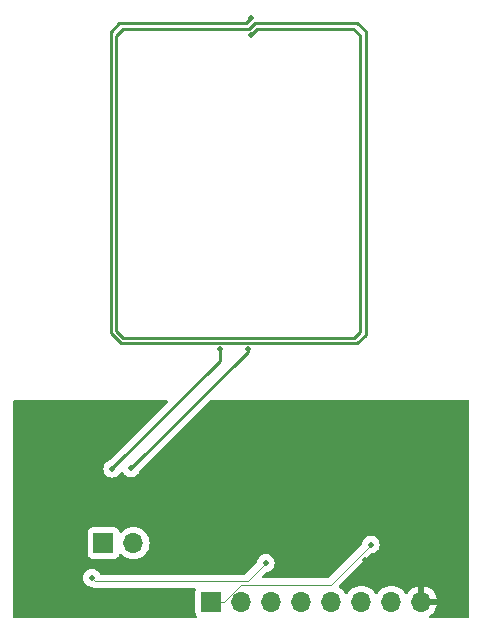
<source format=gbl>
G04 #@! TF.GenerationSoftware,KiCad,Pcbnew,7.0.9*
G04 #@! TF.CreationDate,2024-04-20T19:12:39+02:00*
G04 #@! TF.ProjectId,NFC_Programmer,4e46435f-5072-46f6-9772-616d6d65722e,3.0*
G04 #@! TF.SameCoordinates,Original*
G04 #@! TF.FileFunction,Copper,L2,Bot*
G04 #@! TF.FilePolarity,Positive*
%FSLAX46Y46*%
G04 Gerber Fmt 4.6, Leading zero omitted, Abs format (unit mm)*
G04 Created by KiCad (PCBNEW 7.0.9) date 2024-04-20 19:12:39*
%MOMM*%
%LPD*%
G01*
G04 APERTURE LIST*
G04 #@! TA.AperFunction,ComponentPad*
%ADD10R,1.700000X1.700000*%
G04 #@! TD*
G04 #@! TA.AperFunction,ComponentPad*
%ADD11O,1.700000X1.700000*%
G04 #@! TD*
G04 #@! TA.AperFunction,ViaPad*
%ADD12C,0.360000*%
G04 #@! TD*
G04 #@! TA.AperFunction,ViaPad*
%ADD13C,0.500000*%
G04 #@! TD*
G04 #@! TA.AperFunction,Conductor*
%ADD14C,0.100000*%
G04 #@! TD*
G04 #@! TA.AperFunction,Conductor*
%ADD15C,0.250000*%
G04 #@! TD*
G04 APERTURE END LIST*
D10*
X128530000Y-103060000D03*
D11*
X131070000Y-103060000D03*
D10*
X137670000Y-108020000D03*
D11*
X140210000Y-108020000D03*
X142750000Y-108020000D03*
X145290000Y-108020000D03*
X147830000Y-108020000D03*
X150370000Y-108020000D03*
X152910000Y-108020000D03*
X155450000Y-108020000D03*
D12*
X159130000Y-95860000D03*
X128870000Y-104750000D03*
X157940000Y-91280000D03*
X131870000Y-105550000D03*
X124300000Y-91250000D03*
X125190000Y-98820000D03*
X127340000Y-91240000D03*
X157290000Y-106610000D03*
X157250000Y-91280000D03*
X129940000Y-105570000D03*
X135120000Y-99770000D03*
X121160000Y-98970000D03*
X122870000Y-109150000D03*
D13*
X134251582Y-95601582D03*
D12*
X126460000Y-94700000D03*
X144350000Y-91290000D03*
X159080000Y-104020000D03*
X155130000Y-94450000D03*
X129220000Y-91250000D03*
X125190000Y-98210000D03*
X130030000Y-109160000D03*
X134590000Y-100240000D03*
X148440000Y-92230000D03*
X150480000Y-99510000D03*
X154370000Y-97580000D03*
X123600000Y-91240000D03*
X133980000Y-97190000D03*
X159130000Y-96470000D03*
X121160000Y-92260000D03*
X152660000Y-97670000D03*
X134390000Y-102190000D03*
X154960000Y-93780000D03*
X125860000Y-109180000D03*
X121170000Y-91560000D03*
X141860000Y-91280000D03*
X121120000Y-108950000D03*
X148700000Y-91290000D03*
X158550000Y-91280000D03*
X125740000Y-97180000D03*
X121130000Y-106460000D03*
X132320000Y-101320000D03*
X137450000Y-95930000D03*
X132700000Y-104490000D03*
X159120000Y-92860000D03*
X127940000Y-104780000D03*
X132740000Y-103560000D03*
X143780000Y-91290000D03*
X124910000Y-108130000D03*
X148000000Y-91280000D03*
X121160000Y-92870000D03*
X151917606Y-102411550D03*
X152920000Y-91280000D03*
X147701096Y-92221952D03*
X149280000Y-92220000D03*
X159090000Y-99740000D03*
X139410000Y-91290000D03*
X154890000Y-106290000D03*
X159090000Y-101530000D03*
X132820000Y-105550000D03*
X131290000Y-109180000D03*
X133790000Y-101240000D03*
X151890000Y-97650000D03*
X159130000Y-95290000D03*
X130870000Y-105570000D03*
X134340000Y-103100000D03*
X132790000Y-101880000D03*
X125250000Y-109180000D03*
X127520000Y-92500000D03*
X127740000Y-109160000D03*
X159120000Y-98960000D03*
X126610000Y-96460000D03*
X158390000Y-109150000D03*
X121130000Y-104670000D03*
X152310000Y-91280000D03*
X126670000Y-92870000D03*
X126440000Y-93840000D03*
X140680000Y-91280000D03*
X156070000Y-91280000D03*
D13*
X136870000Y-101310000D03*
D12*
X150460000Y-100300000D03*
X140020000Y-91290000D03*
X153450000Y-97640000D03*
X134950000Y-98240000D03*
X151364342Y-91970000D03*
X135077887Y-95174346D03*
X155410000Y-91290000D03*
X159080000Y-107150000D03*
X123410000Y-109150000D03*
X159090000Y-105270000D03*
X136980000Y-95110000D03*
X157270000Y-107500000D03*
X128330000Y-92550000D03*
X134360000Y-103950000D03*
X150470000Y-98680000D03*
X121160000Y-94050000D03*
X121810000Y-91240000D03*
D13*
X142620000Y-93280000D03*
D12*
X131010000Y-91250000D03*
X121690000Y-109150000D03*
X149880000Y-91290000D03*
X125480000Y-91250000D03*
X128310000Y-109160000D03*
X127050000Y-102380000D03*
X127910000Y-91240000D03*
X131820000Y-109180000D03*
X151460000Y-104220000D03*
X124910000Y-107590000D03*
X150530000Y-100960000D03*
X134950000Y-96480000D03*
X136540000Y-95870000D03*
X153540000Y-92730000D03*
X132760000Y-102610000D03*
X121130000Y-105850000D03*
X155130000Y-95290000D03*
X126400000Y-109180000D03*
X130540000Y-104740000D03*
X125760000Y-106200000D03*
X159080000Y-107760000D03*
X124910000Y-106980000D03*
X127050000Y-104100000D03*
X124910000Y-106410000D03*
X133540000Y-91240000D03*
X159090000Y-104660000D03*
X152060000Y-103740000D03*
X128800000Y-105570000D03*
X121120000Y-107160000D03*
X121120000Y-108340000D03*
X135620000Y-95890000D03*
X157200000Y-108310000D03*
X132850000Y-91240000D03*
X159130000Y-94680000D03*
X127050000Y-102950000D03*
X121130000Y-100360000D03*
X152300000Y-106290000D03*
X152220000Y-103020000D03*
X121120000Y-102240000D03*
X121160000Y-93440000D03*
X126970000Y-109180000D03*
X151740000Y-91280000D03*
X125190000Y-99360000D03*
X121130000Y-101540000D03*
X159120000Y-93430000D03*
X159090000Y-100920000D03*
X126670000Y-97160000D03*
X128970000Y-92080000D03*
D13*
X150700000Y-104480000D03*
D12*
X159080000Y-108330000D03*
X129460000Y-109160000D03*
X122420000Y-91240000D03*
X159120000Y-97780000D03*
X126540000Y-105870000D03*
X121160000Y-98360000D03*
X133530000Y-96280000D03*
X159090000Y-106450000D03*
X121130000Y-105280000D03*
X121120000Y-104030000D03*
X146820000Y-91280000D03*
X134300000Y-104700000D03*
X129790000Y-104700000D03*
X159130000Y-91550000D03*
X132280000Y-91240000D03*
X136100000Y-101660000D03*
X157120000Y-109120000D03*
X130400000Y-91250000D03*
X128520000Y-91240000D03*
X151790000Y-105780000D03*
X125670000Y-100350000D03*
X159080000Y-108940000D03*
X159120000Y-97170000D03*
X133210000Y-96990000D03*
X142470000Y-91280000D03*
X154800000Y-91290000D03*
X147200000Y-91900000D03*
X122990000Y-91240000D03*
X125190000Y-99930000D03*
X145600000Y-91280000D03*
X128920000Y-109160000D03*
X151070000Y-98110000D03*
X131270000Y-104780000D03*
X149310000Y-91290000D03*
X121130000Y-99750000D03*
X124910000Y-91250000D03*
X152170000Y-91820000D03*
X157820000Y-109150000D03*
X154230000Y-91290000D03*
X151130000Y-91280000D03*
X159090000Y-105840000D03*
X129830000Y-91250000D03*
X146210000Y-91280000D03*
X123980000Y-109150000D03*
X136900000Y-100290000D03*
X134960000Y-99050000D03*
X159090000Y-100350000D03*
X131670000Y-91240000D03*
X127100000Y-101690000D03*
X136100000Y-95140000D03*
X122260000Y-109150000D03*
X127050000Y-103560000D03*
X126090000Y-91250000D03*
X159120000Y-98350000D03*
X147390000Y-91280000D03*
X121170000Y-95300000D03*
X126130000Y-100790000D03*
X134890000Y-97330000D03*
X136100000Y-99920000D03*
X121160000Y-97180000D03*
X130670000Y-109180000D03*
X126610000Y-101210000D03*
X121120000Y-107770000D03*
X121170000Y-95870000D03*
X149880000Y-91890000D03*
X144960000Y-91290000D03*
X121120000Y-102850000D03*
X151124464Y-102010199D03*
X159080000Y-102230000D03*
X121120000Y-103420000D03*
X156200000Y-106310000D03*
X143170000Y-91290000D03*
X124910000Y-108700000D03*
X159120000Y-94040000D03*
X134250000Y-100770000D03*
X121130000Y-100930000D03*
X153420000Y-92190000D03*
X155210000Y-96260000D03*
D13*
X137990000Y-95230000D03*
D12*
X121170000Y-96480000D03*
X150570000Y-101750000D03*
X156680000Y-91280000D03*
X125190000Y-97640000D03*
X135130000Y-101710000D03*
X126700000Y-105300000D03*
X159080000Y-102840000D03*
X154390000Y-93370000D03*
X153620000Y-91290000D03*
X159120000Y-92250000D03*
X151250000Y-105170000D03*
D13*
X125870000Y-95560000D03*
D12*
X121160000Y-97790000D03*
X121170000Y-94690000D03*
X153520000Y-106310000D03*
D13*
X141500000Y-97570000D03*
D12*
X127050000Y-104670000D03*
X132010000Y-104830000D03*
X155050000Y-97220000D03*
X128250000Y-105320000D03*
X124680000Y-109180000D03*
X159080000Y-103410000D03*
X141290000Y-91280000D03*
X153610000Y-93260000D03*
X133840000Y-105540000D03*
X133130000Y-101260000D03*
X152870000Y-91870000D03*
X134500000Y-105420000D03*
X150690000Y-91810000D03*
X132400000Y-109200000D03*
X150490000Y-91290000D03*
X126730000Y-91240000D03*
D13*
X151160000Y-103180000D03*
X127550000Y-105990000D03*
X142268250Y-104760000D03*
X140740000Y-86620000D03*
X141040000Y-58560000D03*
X141040000Y-60000000D03*
X138400000Y-86620000D03*
X130850000Y-96740000D03*
X129280000Y-96770000D03*
D14*
X147770000Y-106570000D02*
X140207602Y-106570000D01*
X140207602Y-106570000D02*
X139183000Y-107594602D01*
X139183000Y-107597000D02*
X138760000Y-108020000D01*
X151160000Y-103180000D02*
X147770000Y-106570000D01*
X138760000Y-108020000D02*
X137670000Y-108020000D01*
X139183000Y-107594602D02*
X139183000Y-107597000D01*
X140738250Y-106290000D02*
X142268250Y-104760000D01*
X127850000Y-106290000D02*
X140738250Y-106290000D01*
X127550000Y-105990000D02*
X127850000Y-106290000D01*
D15*
X130000000Y-86140000D02*
X129150000Y-85290000D01*
X129150000Y-85290000D02*
X129150000Y-59770000D01*
X150240000Y-60080000D02*
X150240000Y-85190000D01*
X129880000Y-59040000D02*
X140560000Y-59040000D01*
X129630000Y-60110000D02*
X130220000Y-59520000D01*
X150240000Y-85190000D02*
X149770000Y-85660000D01*
X140730000Y-86630000D02*
X140740000Y-86620000D01*
X129280000Y-96720941D02*
X129280000Y-96770000D01*
X140870000Y-59520000D02*
X141350000Y-59040000D01*
X141520000Y-59520000D02*
X149680000Y-59520000D01*
X141350000Y-59040000D02*
X150030000Y-59040000D01*
X150030000Y-86140000D02*
X130000000Y-86140000D01*
X150030000Y-59040000D02*
X150720000Y-59730000D01*
X130220000Y-85660000D02*
X129630000Y-85070000D01*
X140730000Y-86860000D02*
X140730000Y-86630000D01*
X138400000Y-87600941D02*
X138400000Y-86620000D01*
X150720000Y-59730000D02*
X150720000Y-85450000D01*
X141040000Y-60000000D02*
X141520000Y-59520000D01*
X138400000Y-87600941D02*
X129280000Y-96720941D01*
X140560000Y-59040000D02*
X141040000Y-58560000D01*
X130220000Y-59520000D02*
X140870000Y-59520000D01*
X129150000Y-59770000D02*
X129880000Y-59040000D01*
X149680000Y-59520000D02*
X150240000Y-60080000D01*
X129630000Y-85070000D02*
X129630000Y-60110000D01*
X149770000Y-85660000D02*
X130220000Y-85660000D01*
X140730000Y-86860000D02*
X130850000Y-96740000D01*
X150720000Y-85450000D02*
X150030000Y-86140000D01*
G04 #@! TA.AperFunction,Conductor*
G36*
X133924027Y-90979685D02*
G01*
X133969782Y-91032489D01*
X133979726Y-91101647D01*
X133950701Y-91165203D01*
X133944669Y-91171681D01*
X129086915Y-96029433D01*
X129040190Y-96058793D01*
X128952308Y-96089544D01*
X128952300Y-96089548D01*
X128809115Y-96179518D01*
X128809109Y-96179523D01*
X128689523Y-96299109D01*
X128689518Y-96299115D01*
X128599547Y-96442302D01*
X128599545Y-96442305D01*
X128543685Y-96601943D01*
X128524751Y-96769997D01*
X128524751Y-96770002D01*
X128543685Y-96938056D01*
X128599545Y-97097694D01*
X128599547Y-97097697D01*
X128689518Y-97240884D01*
X128689523Y-97240890D01*
X128809109Y-97360476D01*
X128809115Y-97360481D01*
X128952302Y-97450452D01*
X128952305Y-97450454D01*
X128952309Y-97450455D01*
X128952310Y-97450456D01*
X129024913Y-97475860D01*
X129111943Y-97506314D01*
X129279997Y-97525249D01*
X129280000Y-97525249D01*
X129280003Y-97525249D01*
X129448056Y-97506314D01*
X129479678Y-97495249D01*
X129607690Y-97450456D01*
X129607692Y-97450454D01*
X129607694Y-97450454D01*
X129607697Y-97450452D01*
X129750884Y-97360481D01*
X129750885Y-97360480D01*
X129750890Y-97360477D01*
X129870477Y-97240890D01*
X129870481Y-97240884D01*
X129960449Y-97097702D01*
X129960450Y-97097698D01*
X129960456Y-97097690D01*
X129960459Y-97097680D01*
X129962005Y-97094472D01*
X129963565Y-97092743D01*
X129964162Y-97091794D01*
X129964328Y-97091898D01*
X130008826Y-97042611D01*
X130076252Y-97024295D01*
X130142877Y-97045340D01*
X130178721Y-97082296D01*
X130259521Y-97210888D01*
X130379109Y-97330476D01*
X130379115Y-97330481D01*
X130522302Y-97420452D01*
X130522305Y-97420454D01*
X130522309Y-97420455D01*
X130522310Y-97420456D01*
X130594913Y-97445860D01*
X130681943Y-97476314D01*
X130849997Y-97495249D01*
X130850000Y-97495249D01*
X130850003Y-97495249D01*
X131018056Y-97476314D01*
X131091954Y-97450456D01*
X131177690Y-97420456D01*
X131177692Y-97420454D01*
X131177694Y-97420454D01*
X131177697Y-97420452D01*
X131320884Y-97330481D01*
X131320885Y-97330480D01*
X131320890Y-97330477D01*
X131440477Y-97210890D01*
X131511598Y-97097702D01*
X131530452Y-97067697D01*
X131530455Y-97067692D01*
X131530456Y-97067690D01*
X131586313Y-96908059D01*
X131586313Y-96908054D01*
X131587613Y-96904341D01*
X131616972Y-96857616D01*
X137478271Y-90996318D01*
X137539594Y-90962834D01*
X137565952Y-90960000D01*
X159390500Y-90960000D01*
X159457539Y-90979685D01*
X159503294Y-91032489D01*
X159514500Y-91084000D01*
X159514500Y-109310500D01*
X159494815Y-109377539D01*
X159442011Y-109423294D01*
X159390500Y-109434500D01*
X156170295Y-109434500D01*
X156103256Y-109414815D01*
X156057501Y-109362011D01*
X156047557Y-109292853D01*
X156076582Y-109229297D01*
X156117889Y-109198119D01*
X156127573Y-109193602D01*
X156127577Y-109193600D01*
X156321082Y-109058105D01*
X156488105Y-108891082D01*
X156623600Y-108697578D01*
X156723429Y-108483492D01*
X156723432Y-108483486D01*
X156780636Y-108270000D01*
X155883686Y-108270000D01*
X155909493Y-108229844D01*
X155950000Y-108091889D01*
X155950000Y-107948111D01*
X155909493Y-107810156D01*
X155883686Y-107770000D01*
X156780636Y-107770000D01*
X156780635Y-107769999D01*
X156723432Y-107556513D01*
X156723429Y-107556507D01*
X156623600Y-107342422D01*
X156623599Y-107342420D01*
X156488113Y-107148926D01*
X156488108Y-107148920D01*
X156321082Y-106981894D01*
X156127578Y-106846399D01*
X155913492Y-106746570D01*
X155913486Y-106746567D01*
X155700000Y-106689364D01*
X155700000Y-107584498D01*
X155592315Y-107535320D01*
X155485763Y-107520000D01*
X155414237Y-107520000D01*
X155307685Y-107535320D01*
X155200000Y-107584498D01*
X155200000Y-106689364D01*
X155199999Y-106689364D01*
X154986513Y-106746567D01*
X154986507Y-106746570D01*
X154772422Y-106846399D01*
X154772420Y-106846400D01*
X154578926Y-106981886D01*
X154578920Y-106981891D01*
X154411891Y-107148920D01*
X154411890Y-107148922D01*
X154281880Y-107334595D01*
X154227303Y-107378219D01*
X154157804Y-107385412D01*
X154095450Y-107353890D01*
X154078730Y-107334594D01*
X153948494Y-107148597D01*
X153781402Y-106981506D01*
X153781395Y-106981501D01*
X153587834Y-106845967D01*
X153587830Y-106845965D01*
X153553323Y-106829874D01*
X153373663Y-106746097D01*
X153373659Y-106746096D01*
X153373655Y-106746094D01*
X153145413Y-106684938D01*
X153145403Y-106684936D01*
X152910001Y-106664341D01*
X152909999Y-106664341D01*
X152674596Y-106684936D01*
X152674586Y-106684938D01*
X152446344Y-106746094D01*
X152446335Y-106746098D01*
X152232171Y-106845964D01*
X152232169Y-106845965D01*
X152038597Y-106981505D01*
X151871505Y-107148597D01*
X151741575Y-107334158D01*
X151686998Y-107377783D01*
X151617500Y-107384977D01*
X151555145Y-107353454D01*
X151538425Y-107334158D01*
X151408494Y-107148597D01*
X151241402Y-106981506D01*
X151241395Y-106981501D01*
X151047834Y-106845967D01*
X151047830Y-106845965D01*
X151013323Y-106829874D01*
X150833663Y-106746097D01*
X150833659Y-106746096D01*
X150833655Y-106746094D01*
X150605413Y-106684938D01*
X150605403Y-106684936D01*
X150370001Y-106664341D01*
X150369999Y-106664341D01*
X150134596Y-106684936D01*
X150134586Y-106684938D01*
X149906344Y-106746094D01*
X149906335Y-106746098D01*
X149692171Y-106845964D01*
X149692169Y-106845965D01*
X149498597Y-106981505D01*
X149331505Y-107148597D01*
X149201575Y-107334158D01*
X149146998Y-107377783D01*
X149077500Y-107384977D01*
X149015145Y-107353454D01*
X148998425Y-107334158D01*
X148868494Y-107148597D01*
X148701402Y-106981506D01*
X148701395Y-106981501D01*
X148507831Y-106845965D01*
X148503140Y-106843257D01*
X148503690Y-106842303D01*
X148455434Y-106799809D01*
X148436285Y-106732614D01*
X148456504Y-106665734D01*
X148472595Y-106645928D01*
X151155551Y-103962972D01*
X151216872Y-103929489D01*
X151229347Y-103927435D01*
X151328054Y-103916314D01*
X151328057Y-103916313D01*
X151328059Y-103916313D01*
X151487690Y-103860456D01*
X151487692Y-103860454D01*
X151487694Y-103860454D01*
X151487697Y-103860452D01*
X151630884Y-103770481D01*
X151630885Y-103770480D01*
X151630890Y-103770477D01*
X151750477Y-103650890D01*
X151830419Y-103523664D01*
X151840452Y-103507697D01*
X151840454Y-103507694D01*
X151840454Y-103507692D01*
X151840456Y-103507690D01*
X151896313Y-103348059D01*
X151896313Y-103348058D01*
X151896314Y-103348056D01*
X151915249Y-103180002D01*
X151915249Y-103179997D01*
X151896314Y-103011943D01*
X151840454Y-102852305D01*
X151840452Y-102852302D01*
X151750481Y-102709115D01*
X151750476Y-102709109D01*
X151630890Y-102589523D01*
X151630884Y-102589518D01*
X151487697Y-102499547D01*
X151487694Y-102499545D01*
X151328056Y-102443685D01*
X151160003Y-102424751D01*
X151159997Y-102424751D01*
X150991943Y-102443685D01*
X150832305Y-102499545D01*
X150832302Y-102499547D01*
X150689115Y-102589518D01*
X150689109Y-102589523D01*
X150569523Y-102709109D01*
X150569518Y-102709115D01*
X150479547Y-102852302D01*
X150479544Y-102852307D01*
X150423685Y-103011946D01*
X150412564Y-103110651D01*
X150385497Y-103175065D01*
X150377025Y-103184448D01*
X147578294Y-105983181D01*
X147516971Y-106016666D01*
X147490613Y-106019500D01*
X142086637Y-106019500D01*
X142019598Y-105999815D01*
X141973843Y-105947011D01*
X141963899Y-105877853D01*
X141992924Y-105814297D01*
X141998947Y-105807827D01*
X142263802Y-105542971D01*
X142325121Y-105509489D01*
X142337597Y-105507435D01*
X142436304Y-105496314D01*
X142436307Y-105496313D01*
X142436309Y-105496313D01*
X142595940Y-105440456D01*
X142595942Y-105440454D01*
X142595944Y-105440454D01*
X142595947Y-105440452D01*
X142739134Y-105350481D01*
X142739135Y-105350480D01*
X142739140Y-105350477D01*
X142858727Y-105230890D01*
X142948702Y-105087697D01*
X142948704Y-105087694D01*
X142948704Y-105087692D01*
X142948706Y-105087690D01*
X143004563Y-104928059D01*
X143004563Y-104928058D01*
X143004564Y-104928056D01*
X143023499Y-104760002D01*
X143023499Y-104759997D01*
X143004564Y-104591943D01*
X142948704Y-104432305D01*
X142948702Y-104432302D01*
X142858731Y-104289115D01*
X142858726Y-104289109D01*
X142739140Y-104169523D01*
X142739134Y-104169518D01*
X142595947Y-104079547D01*
X142595944Y-104079545D01*
X142436306Y-104023685D01*
X142268253Y-104004751D01*
X142268247Y-104004751D01*
X142100193Y-104023685D01*
X141940555Y-104079545D01*
X141940552Y-104079547D01*
X141797365Y-104169518D01*
X141797359Y-104169523D01*
X141677773Y-104289109D01*
X141677768Y-104289115D01*
X141587797Y-104432302D01*
X141587794Y-104432307D01*
X141531935Y-104591946D01*
X141520814Y-104690651D01*
X141493747Y-104755065D01*
X141485275Y-104764448D01*
X140546544Y-105703181D01*
X140485221Y-105736666D01*
X140458863Y-105739500D01*
X128345449Y-105739500D01*
X128278410Y-105719815D01*
X128233859Y-105668401D01*
X128233479Y-105668585D01*
X128232803Y-105667182D01*
X128232655Y-105667011D01*
X128232320Y-105666179D01*
X128230456Y-105662308D01*
X128140481Y-105519115D01*
X128140476Y-105519109D01*
X128020890Y-105399523D01*
X128020884Y-105399518D01*
X127877697Y-105309547D01*
X127877694Y-105309545D01*
X127718056Y-105253685D01*
X127550003Y-105234751D01*
X127549997Y-105234751D01*
X127381943Y-105253685D01*
X127222305Y-105309545D01*
X127222302Y-105309547D01*
X127079115Y-105399518D01*
X127079109Y-105399523D01*
X126959523Y-105519109D01*
X126959518Y-105519115D01*
X126869547Y-105662302D01*
X126869545Y-105662305D01*
X126813685Y-105821943D01*
X126794751Y-105989997D01*
X126794751Y-105990002D01*
X126813685Y-106158056D01*
X126869545Y-106317694D01*
X126869547Y-106317697D01*
X126959518Y-106460884D01*
X126959523Y-106460890D01*
X127079109Y-106580476D01*
X127079115Y-106580481D01*
X127222302Y-106670452D01*
X127222308Y-106670455D01*
X127222310Y-106670456D01*
X127381941Y-106726313D01*
X127503517Y-106740011D01*
X127564560Y-106764428D01*
X127577658Y-106774361D01*
X127594353Y-106780944D01*
X127613290Y-106790351D01*
X127628618Y-106799672D01*
X127671247Y-106811616D01*
X127677263Y-106813639D01*
X127718436Y-106829876D01*
X127736287Y-106831711D01*
X127757052Y-106835657D01*
X127774335Y-106840500D01*
X127818594Y-106840500D01*
X127824935Y-106840824D01*
X127868972Y-106845352D01*
X127886656Y-106842303D01*
X127907724Y-106840500D01*
X136230122Y-106840500D01*
X136297161Y-106860185D01*
X136342916Y-106912989D01*
X136352860Y-106982147D01*
X136346304Y-107007832D01*
X136325909Y-107062514D01*
X136325908Y-107062516D01*
X136319501Y-107122116D01*
X136319500Y-107122135D01*
X136319500Y-108917870D01*
X136319501Y-108917876D01*
X136325908Y-108977483D01*
X136376202Y-109112328D01*
X136376206Y-109112335D01*
X136467768Y-109234645D01*
X136465224Y-109236549D01*
X136491212Y-109284142D01*
X136486228Y-109353834D01*
X136444356Y-109409767D01*
X136378892Y-109434184D01*
X136370046Y-109434500D01*
X120989500Y-109434500D01*
X120922461Y-109414815D01*
X120876706Y-109362011D01*
X120865500Y-109310500D01*
X120865500Y-103957870D01*
X127179500Y-103957870D01*
X127179501Y-103957876D01*
X127185908Y-104017483D01*
X127236202Y-104152328D01*
X127236206Y-104152335D01*
X127322452Y-104267544D01*
X127322455Y-104267547D01*
X127437664Y-104353793D01*
X127437671Y-104353797D01*
X127572517Y-104404091D01*
X127572516Y-104404091D01*
X127579444Y-104404835D01*
X127632127Y-104410500D01*
X129427872Y-104410499D01*
X129487483Y-104404091D01*
X129622331Y-104353796D01*
X129737546Y-104267546D01*
X129823796Y-104152331D01*
X129872810Y-104020916D01*
X129914681Y-103964984D01*
X129980145Y-103940566D01*
X130048418Y-103955417D01*
X130076673Y-103976569D01*
X130198599Y-104098495D01*
X130295384Y-104166265D01*
X130392165Y-104234032D01*
X130392167Y-104234033D01*
X130392170Y-104234035D01*
X130606337Y-104333903D01*
X130834592Y-104395063D01*
X131011034Y-104410500D01*
X131069999Y-104415659D01*
X131070000Y-104415659D01*
X131070001Y-104415659D01*
X131128966Y-104410500D01*
X131305408Y-104395063D01*
X131533663Y-104333903D01*
X131747830Y-104234035D01*
X131941401Y-104098495D01*
X132108495Y-103931401D01*
X132244035Y-103737830D01*
X132343903Y-103523663D01*
X132405063Y-103295408D01*
X132425659Y-103060000D01*
X132405063Y-102824592D01*
X132343903Y-102596337D01*
X132244035Y-102382171D01*
X132108495Y-102188599D01*
X132108494Y-102188597D01*
X131941402Y-102021506D01*
X131941395Y-102021501D01*
X131747834Y-101885967D01*
X131747830Y-101885965D01*
X131747828Y-101885964D01*
X131533663Y-101786097D01*
X131533659Y-101786096D01*
X131533655Y-101786094D01*
X131305413Y-101724938D01*
X131305403Y-101724936D01*
X131070001Y-101704341D01*
X131069999Y-101704341D01*
X130834596Y-101724936D01*
X130834586Y-101724938D01*
X130606344Y-101786094D01*
X130606335Y-101786098D01*
X130392171Y-101885964D01*
X130392169Y-101885965D01*
X130198600Y-102021503D01*
X130076673Y-102143430D01*
X130015350Y-102176914D01*
X129945658Y-102171930D01*
X129889725Y-102130058D01*
X129872810Y-102099081D01*
X129823797Y-101967671D01*
X129823793Y-101967664D01*
X129737547Y-101852455D01*
X129737544Y-101852452D01*
X129622335Y-101766206D01*
X129622328Y-101766202D01*
X129487482Y-101715908D01*
X129487483Y-101715908D01*
X129427883Y-101709501D01*
X129427881Y-101709500D01*
X129427873Y-101709500D01*
X129427864Y-101709500D01*
X127632129Y-101709500D01*
X127632123Y-101709501D01*
X127572516Y-101715908D01*
X127437671Y-101766202D01*
X127437664Y-101766206D01*
X127322455Y-101852452D01*
X127322452Y-101852455D01*
X127236206Y-101967664D01*
X127236202Y-101967671D01*
X127185908Y-102102517D01*
X127179501Y-102162116D01*
X127179500Y-102162135D01*
X127179500Y-103957870D01*
X120865500Y-103957870D01*
X120865500Y-91084000D01*
X120885185Y-91016961D01*
X120937989Y-90971206D01*
X120989500Y-90960000D01*
X133856988Y-90960000D01*
X133924027Y-90979685D01*
G37*
G04 #@! TD.AperFunction*
M02*

</source>
